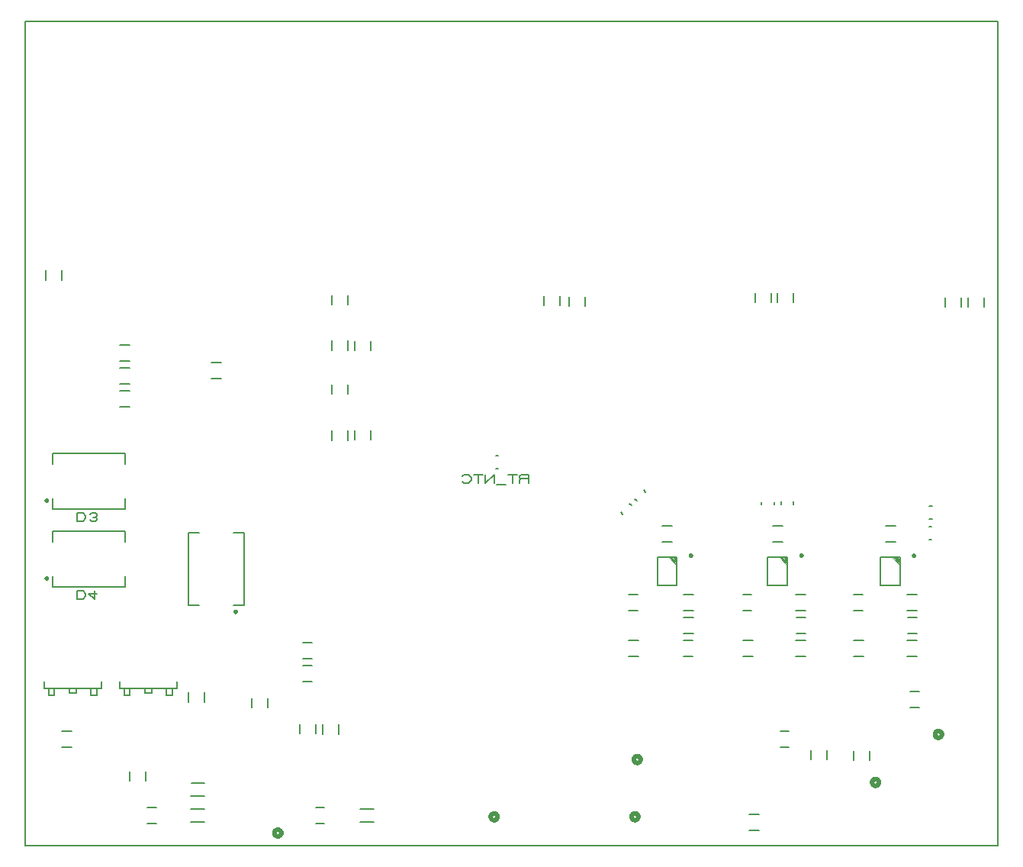
<source format=gbr>
G04 PROTEUS RS274X GERBER FILE*
%FSLAX45Y45*%
%MOMM*%
G01*
%ADD38C,0.203200*%
%ADD48C,0.200000*%
%ADD51C,0.250000*%
%ADD52C,0.100000*%
%ADD11C,0.508000*%
D38*
X-1079500Y-6413500D02*
X+9715500Y-6413500D01*
X+9715500Y+2730500D01*
X-1079500Y+2730500D01*
X-1079500Y-6413500D01*
D48*
X+2503000Y-811000D02*
X+2503000Y-921000D01*
X+2323000Y-811000D02*
X+2323000Y-921000D01*
X+2503000Y-313000D02*
X+2503000Y-413000D01*
X+2323000Y-313000D02*
X+2323000Y-413000D01*
X+2757000Y-821000D02*
X+2757000Y-921000D01*
X+2577000Y-821000D02*
X+2577000Y-921000D01*
D38*
X-235700Y-4597400D02*
X-235700Y-4673600D01*
X-870700Y-4673600D01*
X-870700Y-4597400D01*
X-515100Y-4673600D02*
X-515100Y-4724400D01*
X-591300Y-4724400D01*
X-591300Y-4673600D01*
X-286500Y-4673600D02*
X-286500Y-4749800D01*
X-350000Y-4749800D01*
X-350000Y-4673600D01*
X-819900Y-4673600D02*
X-819900Y-4749800D01*
X-756400Y-4749800D01*
X-756400Y-4673600D02*
X-756400Y-4749800D01*
X+602500Y-4597400D02*
X+602500Y-4673600D01*
X-32500Y-4673600D01*
X-32500Y-4597400D01*
X+323100Y-4673600D02*
X+323100Y-4724400D01*
X+246900Y-4724400D01*
X+246900Y-4673600D01*
X+551700Y-4673600D02*
X+551700Y-4749800D01*
X+488200Y-4749800D01*
X+488200Y-4673600D01*
X+18300Y-4673600D02*
X+18300Y-4749800D01*
X+81800Y-4749800D01*
X+81800Y-4673600D02*
X+81800Y-4749800D01*
D48*
X+78000Y-1550500D02*
X-32000Y-1550500D01*
X+78000Y-1370500D02*
X-32000Y-1370500D01*
X+78000Y-1042500D02*
X-32000Y-1042500D01*
X+78000Y-862500D02*
X-32000Y-862500D01*
X+78000Y-1296500D02*
X-32000Y-1296500D01*
X+78000Y-1116500D02*
X-32000Y-1116500D01*
X+984000Y-1053000D02*
X+1094000Y-1053000D01*
X+984000Y-1233000D02*
X+1094000Y-1233000D01*
X-564100Y-5322400D02*
X-674100Y-5322400D01*
X-564100Y-5142400D02*
X-674100Y-5142400D01*
X+728400Y-4819900D02*
X+728400Y-4709900D01*
X+908400Y-4819900D02*
X+908400Y-4709900D01*
X+2503000Y-1809500D02*
X+2503000Y-1919500D01*
X+2323000Y-1809500D02*
X+2323000Y-1919500D01*
X+2757000Y-1809500D02*
X+2757000Y-1909500D01*
X+2577000Y-1809500D02*
X+2577000Y-1909500D01*
X+2503000Y-1301500D02*
X+2503000Y-1401500D01*
X+2323000Y-1301500D02*
X+2323000Y-1401500D01*
D51*
X+6316500Y-3195902D02*
X+6316457Y-3194863D01*
X+6316105Y-3192784D01*
X+6315368Y-3190705D01*
X+6314164Y-3188626D01*
X+6312323Y-3186576D01*
X+6310244Y-3185073D01*
X+6308165Y-3184116D01*
X+6306086Y-3183577D01*
X+6304007Y-3183402D01*
X+6304000Y-3183402D01*
X+6291500Y-3195902D02*
X+6291543Y-3194863D01*
X+6291895Y-3192784D01*
X+6292632Y-3190705D01*
X+6293836Y-3188626D01*
X+6295677Y-3186576D01*
X+6297756Y-3185073D01*
X+6299835Y-3184116D01*
X+6301914Y-3183577D01*
X+6303993Y-3183402D01*
X+6304000Y-3183402D01*
X+6291500Y-3195902D02*
X+6291543Y-3196941D01*
X+6291895Y-3199020D01*
X+6292632Y-3201099D01*
X+6293836Y-3203178D01*
X+6295677Y-3205228D01*
X+6297756Y-3206731D01*
X+6299835Y-3207688D01*
X+6301914Y-3208227D01*
X+6303993Y-3208402D01*
X+6304000Y-3208402D01*
X+6316500Y-3195902D02*
X+6316457Y-3196941D01*
X+6316105Y-3199020D01*
X+6315368Y-3201099D01*
X+6314164Y-3203178D01*
X+6312323Y-3205228D01*
X+6310244Y-3206731D01*
X+6308165Y-3207688D01*
X+6306086Y-3208227D01*
X+6304007Y-3208402D01*
X+6304000Y-3208402D01*
D48*
X+6154000Y-3525902D02*
X+5934000Y-3525902D01*
X+5934000Y-3215902D01*
X+6154000Y-3215902D01*
X+6154000Y-3525902D01*
D52*
X+6154000Y-3225902D02*
X+6144000Y-3215902D01*
X+6154000Y-3235902D02*
X+6134000Y-3215902D01*
X+6154000Y-3245902D02*
X+6124000Y-3215902D01*
X+6154000Y-3255902D02*
X+6114000Y-3215902D01*
X+6154000Y-3265902D02*
X+6104000Y-3215902D01*
X+6154000Y-3275902D02*
X+6094000Y-3215902D01*
X+6154000Y-3285902D02*
X+6084000Y-3215902D01*
X+6154000Y-3295902D02*
X+6074000Y-3215902D01*
X+6154000Y-3305902D02*
X+6064000Y-3215902D01*
D51*
X+7543607Y-3195533D02*
X+7543564Y-3194494D01*
X+7543212Y-3192415D01*
X+7542475Y-3190336D01*
X+7541271Y-3188257D01*
X+7539430Y-3186207D01*
X+7537351Y-3184704D01*
X+7535272Y-3183747D01*
X+7533193Y-3183208D01*
X+7531114Y-3183033D01*
X+7531107Y-3183033D01*
X+7518607Y-3195533D02*
X+7518650Y-3194494D01*
X+7519002Y-3192415D01*
X+7519739Y-3190336D01*
X+7520943Y-3188257D01*
X+7522784Y-3186207D01*
X+7524863Y-3184704D01*
X+7526942Y-3183747D01*
X+7529021Y-3183208D01*
X+7531100Y-3183033D01*
X+7531107Y-3183033D01*
X+7518607Y-3195533D02*
X+7518650Y-3196572D01*
X+7519002Y-3198651D01*
X+7519739Y-3200730D01*
X+7520943Y-3202809D01*
X+7522784Y-3204859D01*
X+7524863Y-3206362D01*
X+7526942Y-3207319D01*
X+7529021Y-3207858D01*
X+7531100Y-3208033D01*
X+7531107Y-3208033D01*
X+7543607Y-3195533D02*
X+7543564Y-3196572D01*
X+7543212Y-3198651D01*
X+7542475Y-3200730D01*
X+7541271Y-3202809D01*
X+7539430Y-3204859D01*
X+7537351Y-3206362D01*
X+7535272Y-3207319D01*
X+7533193Y-3207858D01*
X+7531114Y-3208033D01*
X+7531107Y-3208033D01*
D48*
X+7381107Y-3525533D02*
X+7161107Y-3525533D01*
X+7161107Y-3215533D01*
X+7381107Y-3215533D01*
X+7381107Y-3525533D01*
D52*
X+7381107Y-3225533D02*
X+7371107Y-3215533D01*
X+7381107Y-3235533D02*
X+7361107Y-3215533D01*
X+7381107Y-3245533D02*
X+7351107Y-3215533D01*
X+7381107Y-3255533D02*
X+7341107Y-3215533D01*
X+7381107Y-3265533D02*
X+7331107Y-3215533D01*
X+7381107Y-3275533D02*
X+7321107Y-3215533D01*
X+7381107Y-3285533D02*
X+7311107Y-3215533D01*
X+7381107Y-3295533D02*
X+7301107Y-3215533D01*
X+7381107Y-3305533D02*
X+7291107Y-3215533D01*
D51*
X+8793369Y-3197033D02*
X+8793326Y-3195994D01*
X+8792974Y-3193915D01*
X+8792237Y-3191836D01*
X+8791033Y-3189757D01*
X+8789192Y-3187707D01*
X+8787113Y-3186204D01*
X+8785034Y-3185247D01*
X+8782955Y-3184708D01*
X+8780876Y-3184533D01*
X+8780869Y-3184533D01*
X+8768369Y-3197033D02*
X+8768412Y-3195994D01*
X+8768764Y-3193915D01*
X+8769501Y-3191836D01*
X+8770705Y-3189757D01*
X+8772546Y-3187707D01*
X+8774625Y-3186204D01*
X+8776704Y-3185247D01*
X+8778783Y-3184708D01*
X+8780862Y-3184533D01*
X+8780869Y-3184533D01*
X+8768369Y-3197033D02*
X+8768412Y-3198072D01*
X+8768764Y-3200151D01*
X+8769501Y-3202230D01*
X+8770705Y-3204309D01*
X+8772546Y-3206359D01*
X+8774625Y-3207862D01*
X+8776704Y-3208819D01*
X+8778783Y-3209358D01*
X+8780862Y-3209533D01*
X+8780869Y-3209533D01*
X+8793369Y-3197033D02*
X+8793326Y-3198072D01*
X+8792974Y-3200151D01*
X+8792237Y-3202230D01*
X+8791033Y-3204309D01*
X+8789192Y-3206359D01*
X+8787113Y-3207862D01*
X+8785034Y-3208819D01*
X+8782955Y-3209358D01*
X+8780876Y-3209533D01*
X+8780869Y-3209533D01*
D48*
X+8630869Y-3527033D02*
X+8410869Y-3527033D01*
X+8410869Y-3217033D01*
X+8630869Y-3217033D01*
X+8630869Y-3527033D01*
D52*
X+8630869Y-3227033D02*
X+8620869Y-3217033D01*
X+8630869Y-3237033D02*
X+8610869Y-3217033D01*
X+8630869Y-3247033D02*
X+8600869Y-3217033D01*
X+8630869Y-3257033D02*
X+8590869Y-3217033D01*
X+8630869Y-3267033D02*
X+8580869Y-3217033D01*
X+8630869Y-3277033D02*
X+8570869Y-3217033D01*
X+8630869Y-3287033D02*
X+8560869Y-3217033D01*
X+8630869Y-3297033D02*
X+8550869Y-3217033D01*
X+8630869Y-3307033D02*
X+8540869Y-3217033D01*
D48*
X+6100500Y-3047402D02*
X+5990500Y-3047402D01*
X+6100500Y-2867402D02*
X+5990500Y-2867402D01*
X+7327607Y-3047033D02*
X+7217607Y-3047033D01*
X+7327607Y-2867033D02*
X+7217607Y-2867033D01*
X+8577369Y-3048533D02*
X+8467369Y-3048533D01*
X+8577369Y-2868533D02*
X+8467369Y-2868533D01*
X+6337000Y-3809402D02*
X+6227000Y-3809402D01*
X+6337000Y-3629402D02*
X+6227000Y-3629402D01*
X+7581607Y-3809033D02*
X+7471607Y-3809033D01*
X+7581607Y-3629033D02*
X+7471607Y-3629033D01*
X+8813869Y-3809033D02*
X+8703869Y-3809033D01*
X+8813869Y-3629033D02*
X+8703869Y-3629033D01*
X+6337000Y-4063402D02*
X+6227000Y-4063402D01*
X+6337000Y-3883402D02*
X+6227000Y-3883402D01*
X+5729500Y-4317402D02*
X+5619500Y-4317402D01*
X+5729500Y-4137402D02*
X+5619500Y-4137402D01*
X+5619500Y-3629402D02*
X+5719500Y-3629402D01*
X+5619500Y-3809402D02*
X+5719500Y-3809402D01*
X+6327000Y-4317402D02*
X+6227000Y-4317402D01*
X+6327000Y-4137402D02*
X+6227000Y-4137402D01*
X+6882607Y-3629033D02*
X+6982607Y-3629033D01*
X+6882607Y-3809033D02*
X+6982607Y-3809033D01*
X+7581607Y-4063033D02*
X+7481607Y-4063033D01*
X+7581607Y-3883033D02*
X+7481607Y-3883033D01*
X+8114869Y-3629033D02*
X+8214869Y-3629033D01*
X+8114869Y-3809033D02*
X+8214869Y-3809033D01*
X+8813869Y-4063033D02*
X+8713869Y-4063033D01*
X+8813869Y-3883033D02*
X+8713869Y-3883033D01*
X+6992607Y-4317033D02*
X+6882607Y-4317033D01*
X+6992607Y-4137033D02*
X+6882607Y-4137033D01*
X+7581607Y-4317033D02*
X+7471607Y-4317033D01*
X+7581607Y-4137033D02*
X+7471607Y-4137033D01*
X+8224869Y-4317033D02*
X+8114869Y-4317033D01*
X+8224869Y-4137033D02*
X+8114869Y-4137033D01*
X+8813869Y-4317033D02*
X+8703869Y-4317033D01*
X+8813869Y-4137033D02*
X+8703869Y-4137033D01*
X+7063000Y-6249500D02*
X+6953000Y-6249500D01*
X+7063000Y-6069500D02*
X+6953000Y-6069500D01*
X+2401400Y-5073400D02*
X+2401400Y-5183400D01*
X+2221400Y-5073400D02*
X+2221400Y-5183400D01*
X-672000Y-31500D02*
X-672000Y-141500D01*
X-852000Y-31500D02*
X-852000Y-141500D01*
D38*
X+756920Y-6156960D02*
X+909320Y-6156960D01*
X+759460Y-6009640D02*
X+909320Y-6009640D01*
D11*
X+9093200Y-5181500D02*
X+9093069Y-5178342D01*
X+9092003Y-5172024D01*
X+9089772Y-5165706D01*
X+9086127Y-5159388D01*
X+9080552Y-5153149D01*
X+9074234Y-5148553D01*
X+9067916Y-5145620D01*
X+9061598Y-5143958D01*
X+9055280Y-5143400D01*
X+9055100Y-5143400D01*
X+9017000Y-5181500D02*
X+9017131Y-5178342D01*
X+9018197Y-5172024D01*
X+9020428Y-5165706D01*
X+9024073Y-5159388D01*
X+9029648Y-5153149D01*
X+9035966Y-5148553D01*
X+9042284Y-5145620D01*
X+9048602Y-5143958D01*
X+9054920Y-5143400D01*
X+9055100Y-5143400D01*
X+9017000Y-5181500D02*
X+9017131Y-5184658D01*
X+9018197Y-5190976D01*
X+9020428Y-5197294D01*
X+9024073Y-5203612D01*
X+9029648Y-5209851D01*
X+9035966Y-5214447D01*
X+9042284Y-5217380D01*
X+9048602Y-5219042D01*
X+9054920Y-5219600D01*
X+9055100Y-5219600D01*
X+9093200Y-5181500D02*
X+9093069Y-5184658D01*
X+9092003Y-5190976D01*
X+9089772Y-5197294D01*
X+9086127Y-5203612D01*
X+9080552Y-5209851D01*
X+9074234Y-5214447D01*
X+9067916Y-5217380D01*
X+9061598Y-5219042D01*
X+9055280Y-5219600D01*
X+9055100Y-5219600D01*
D48*
X+8294200Y-5367600D02*
X+8294200Y-5467600D01*
X+8114200Y-5367600D02*
X+8114200Y-5467600D01*
X+7298000Y-5142400D02*
X+7398000Y-5142400D01*
X+7298000Y-5322400D02*
X+7398000Y-5322400D01*
X+7821100Y-5354900D02*
X+7821100Y-5454900D01*
X+7641100Y-5354900D02*
X+7641100Y-5454900D01*
X+8738416Y-4703216D02*
X+8838416Y-4703216D01*
X+8738416Y-4883216D02*
X+8838416Y-4883216D01*
X+372800Y-6173300D02*
X+272800Y-6173300D01*
X+372800Y-5993300D02*
X+272800Y-5993300D01*
X+2000000Y-4418500D02*
X+2100000Y-4418500D01*
X+2000000Y-4598500D02*
X+2100000Y-4598500D01*
X+2000000Y-4164500D02*
X+2100000Y-4164500D01*
X+2000000Y-4344500D02*
X+2100000Y-4344500D01*
X+1967400Y-5173400D02*
X+1967400Y-5073400D01*
X+2147400Y-5173400D02*
X+2147400Y-5073400D01*
X+1614000Y-4781300D02*
X+1614000Y-4881300D01*
X+1434000Y-4781300D02*
X+1434000Y-4881300D01*
D11*
X+8394600Y-5715000D02*
X+8394469Y-5711842D01*
X+8393403Y-5705524D01*
X+8391172Y-5699206D01*
X+8387527Y-5692888D01*
X+8381952Y-5686649D01*
X+8375634Y-5682053D01*
X+8369316Y-5679120D01*
X+8362998Y-5677458D01*
X+8356680Y-5676900D01*
X+8356500Y-5676900D01*
X+8318400Y-5715000D02*
X+8318531Y-5711842D01*
X+8319597Y-5705524D01*
X+8321828Y-5699206D01*
X+8325473Y-5692888D01*
X+8331048Y-5686649D01*
X+8337366Y-5682053D01*
X+8343684Y-5679120D01*
X+8350002Y-5677458D01*
X+8356320Y-5676900D01*
X+8356500Y-5676900D01*
X+8318400Y-5715000D02*
X+8318531Y-5718158D01*
X+8319597Y-5724476D01*
X+8321828Y-5730794D01*
X+8325473Y-5737112D01*
X+8331048Y-5743351D01*
X+8337366Y-5747947D01*
X+8343684Y-5750880D01*
X+8350002Y-5752542D01*
X+8356320Y-5753100D01*
X+8356500Y-5753100D01*
X+8394600Y-5715000D02*
X+8394469Y-5718158D01*
X+8393403Y-5724476D01*
X+8391172Y-5730794D01*
X+8387527Y-5737112D01*
X+8381952Y-5743351D01*
X+8375634Y-5747947D01*
X+8369316Y-5750880D01*
X+8362998Y-5752542D01*
X+8356680Y-5753100D01*
X+8356500Y-5753100D01*
X+4162600Y-6096000D02*
X+4162469Y-6092842D01*
X+4161403Y-6086524D01*
X+4159172Y-6080206D01*
X+4155527Y-6073888D01*
X+4149952Y-6067649D01*
X+4143634Y-6063053D01*
X+4137316Y-6060120D01*
X+4130998Y-6058458D01*
X+4124680Y-6057900D01*
X+4124500Y-6057900D01*
X+4086400Y-6096000D02*
X+4086531Y-6092842D01*
X+4087597Y-6086524D01*
X+4089828Y-6080206D01*
X+4093473Y-6073888D01*
X+4099048Y-6067649D01*
X+4105366Y-6063053D01*
X+4111684Y-6060120D01*
X+4118002Y-6058458D01*
X+4124320Y-6057900D01*
X+4124500Y-6057900D01*
X+4086400Y-6096000D02*
X+4086531Y-6099158D01*
X+4087597Y-6105476D01*
X+4089828Y-6111794D01*
X+4093473Y-6118112D01*
X+4099048Y-6124351D01*
X+4105366Y-6128947D01*
X+4111684Y-6131880D01*
X+4118002Y-6133542D01*
X+4124320Y-6134100D01*
X+4124500Y-6134100D01*
X+4162600Y-6096000D02*
X+4162469Y-6099158D01*
X+4161403Y-6105476D01*
X+4159172Y-6111794D01*
X+4155527Y-6118112D01*
X+4149952Y-6124351D01*
X+4143634Y-6128947D01*
X+4137316Y-6131880D01*
X+4130998Y-6133542D01*
X+4124680Y-6134100D01*
X+4124500Y-6134100D01*
X+5724600Y-6096000D02*
X+5724469Y-6092842D01*
X+5723403Y-6086524D01*
X+5721172Y-6080206D01*
X+5717527Y-6073888D01*
X+5711952Y-6067649D01*
X+5705634Y-6063053D01*
X+5699316Y-6060120D01*
X+5692998Y-6058458D01*
X+5686680Y-6057900D01*
X+5686500Y-6057900D01*
X+5648400Y-6096000D02*
X+5648531Y-6092842D01*
X+5649597Y-6086524D01*
X+5651828Y-6080206D01*
X+5655473Y-6073888D01*
X+5661048Y-6067649D01*
X+5667366Y-6063053D01*
X+5673684Y-6060120D01*
X+5680002Y-6058458D01*
X+5686320Y-6057900D01*
X+5686500Y-6057900D01*
X+5648400Y-6096000D02*
X+5648531Y-6099158D01*
X+5649597Y-6105476D01*
X+5651828Y-6111794D01*
X+5655473Y-6118112D01*
X+5661048Y-6124351D01*
X+5667366Y-6128947D01*
X+5673684Y-6131880D01*
X+5680002Y-6133542D01*
X+5686320Y-6134100D01*
X+5686500Y-6134100D01*
X+5724600Y-6096000D02*
X+5724469Y-6099158D01*
X+5723403Y-6105476D01*
X+5721172Y-6111794D01*
X+5717527Y-6118112D01*
X+5711952Y-6124351D01*
X+5705634Y-6128947D01*
X+5699316Y-6131880D01*
X+5692998Y-6133542D01*
X+5686680Y-6134100D01*
X+5686500Y-6134100D01*
X+5750100Y-5461000D02*
X+5749969Y-5457842D01*
X+5748903Y-5451524D01*
X+5746672Y-5445206D01*
X+5743027Y-5438888D01*
X+5737452Y-5432649D01*
X+5731134Y-5428053D01*
X+5724816Y-5425120D01*
X+5718498Y-5423458D01*
X+5712180Y-5422900D01*
X+5712000Y-5422900D01*
X+5673900Y-5461000D02*
X+5674031Y-5457842D01*
X+5675097Y-5451524D01*
X+5677328Y-5445206D01*
X+5680973Y-5438888D01*
X+5686548Y-5432649D01*
X+5692866Y-5428053D01*
X+5699184Y-5425120D01*
X+5705502Y-5423458D01*
X+5711820Y-5422900D01*
X+5712000Y-5422900D01*
X+5673900Y-5461000D02*
X+5674031Y-5464158D01*
X+5675097Y-5470476D01*
X+5677328Y-5476794D01*
X+5680973Y-5483112D01*
X+5686548Y-5489351D01*
X+5692866Y-5493947D01*
X+5699184Y-5496880D01*
X+5705502Y-5498542D01*
X+5711820Y-5499100D01*
X+5712000Y-5499100D01*
X+5750100Y-5461000D02*
X+5749969Y-5464158D01*
X+5748903Y-5470476D01*
X+5746672Y-5476794D01*
X+5743027Y-5483112D01*
X+5737452Y-5489351D01*
X+5731134Y-5493947D01*
X+5724816Y-5496880D01*
X+5718498Y-5498542D01*
X+5712180Y-5499100D01*
X+5712000Y-5499100D01*
X+1761085Y-6276892D02*
X+1760954Y-6273734D01*
X+1759888Y-6267416D01*
X+1757657Y-6261098D01*
X+1754012Y-6254780D01*
X+1748437Y-6248541D01*
X+1742119Y-6243945D01*
X+1735801Y-6241012D01*
X+1729483Y-6239350D01*
X+1723165Y-6238792D01*
X+1722985Y-6238792D01*
X+1684885Y-6276892D02*
X+1685016Y-6273734D01*
X+1686082Y-6267416D01*
X+1688313Y-6261098D01*
X+1691958Y-6254780D01*
X+1697533Y-6248541D01*
X+1703851Y-6243945D01*
X+1710169Y-6241012D01*
X+1716487Y-6239350D01*
X+1722805Y-6238792D01*
X+1722985Y-6238792D01*
X+1684885Y-6276892D02*
X+1685016Y-6280050D01*
X+1686082Y-6286368D01*
X+1688313Y-6292686D01*
X+1691958Y-6299004D01*
X+1697533Y-6305243D01*
X+1703851Y-6309839D01*
X+1710169Y-6312772D01*
X+1716487Y-6314434D01*
X+1722805Y-6314992D01*
X+1722985Y-6314992D01*
X+1761085Y-6276892D02*
X+1760954Y-6280050D01*
X+1759888Y-6286368D01*
X+1757657Y-6292686D01*
X+1754012Y-6299004D01*
X+1748437Y-6305243D01*
X+1742119Y-6309839D01*
X+1735801Y-6312772D01*
X+1729483Y-6314434D01*
X+1723165Y-6314992D01*
X+1722985Y-6314992D01*
D48*
X+4139500Y-2089000D02*
X+4169500Y-2089000D01*
X+4139500Y-2229000D02*
X+4169500Y-2229000D01*
D38*
X+4503750Y-2392670D02*
X+4503750Y-2301230D01*
X+4424375Y-2301230D01*
X+4408500Y-2316470D01*
X+4408500Y-2331710D01*
X+4424375Y-2346950D01*
X+4503750Y-2346950D01*
X+4424375Y-2346950D02*
X+4408500Y-2362190D01*
X+4408500Y-2392670D01*
X+4376750Y-2301230D02*
X+4281500Y-2301230D01*
X+4329125Y-2301230D02*
X+4329125Y-2392670D01*
X+4249750Y-2407910D02*
X+4154500Y-2407910D01*
X+4122750Y-2392670D02*
X+4122750Y-2301230D01*
X+4027500Y-2392670D01*
X+4027500Y-2301230D01*
X+3995750Y-2301230D02*
X+3900500Y-2301230D01*
X+3948125Y-2301230D02*
X+3948125Y-2392670D01*
X+3773500Y-2377430D02*
X+3789375Y-2392670D01*
X+3837000Y-2392670D01*
X+3868750Y-2362190D01*
X+3868750Y-2331710D01*
X+3837000Y-2301230D01*
X+3789375Y-2301230D01*
X+3773500Y-2316470D01*
D51*
X+1263900Y-3817200D02*
X+1263857Y-3816161D01*
X+1263505Y-3814082D01*
X+1262768Y-3812003D01*
X+1261564Y-3809924D01*
X+1259723Y-3807874D01*
X+1257644Y-3806371D01*
X+1255565Y-3805414D01*
X+1253486Y-3804875D01*
X+1251407Y-3804700D01*
X+1251400Y-3804700D01*
X+1238900Y-3817200D02*
X+1238943Y-3816161D01*
X+1239295Y-3814082D01*
X+1240032Y-3812003D01*
X+1241236Y-3809924D01*
X+1243077Y-3807874D01*
X+1245156Y-3806371D01*
X+1247235Y-3805414D01*
X+1249314Y-3804875D01*
X+1251393Y-3804700D01*
X+1251400Y-3804700D01*
X+1238900Y-3817200D02*
X+1238943Y-3818239D01*
X+1239295Y-3820318D01*
X+1240032Y-3822397D01*
X+1241236Y-3824476D01*
X+1243077Y-3826526D01*
X+1245156Y-3828029D01*
X+1247235Y-3828986D01*
X+1249314Y-3829525D01*
X+1251393Y-3829700D01*
X+1251400Y-3829700D01*
X+1263900Y-3817200D02*
X+1263857Y-3818239D01*
X+1263505Y-3820318D01*
X+1262768Y-3822397D01*
X+1261564Y-3824476D01*
X+1259723Y-3826526D01*
X+1257644Y-3828029D01*
X+1255565Y-3828986D01*
X+1253486Y-3829525D01*
X+1251407Y-3829700D01*
X+1251400Y-3829700D01*
D48*
X+1233900Y-3752200D02*
X+1351400Y-3752200D01*
X+1351400Y-2942200D01*
X+1233900Y-2942200D01*
X+848900Y-3752200D02*
X+731400Y-3752200D01*
X+731400Y-2942200D01*
X+848900Y-2942200D01*
X+5550709Y-2739804D02*
X+5529496Y-2718591D01*
X+5649704Y-2640809D02*
X+5628491Y-2619596D01*
X+5706998Y-2592893D02*
X+5685785Y-2571680D01*
X+5805993Y-2493898D02*
X+5784780Y-2472685D01*
X+7092800Y-2632800D02*
X+7092800Y-2602800D01*
X+7232800Y-2632800D02*
X+7232800Y-2602800D01*
X+7308700Y-2629600D02*
X+7308700Y-2599600D01*
X+7448700Y-2629600D02*
X+7448700Y-2599600D01*
X+8952800Y-2647800D02*
X+8982800Y-2647800D01*
X+8952800Y-2787800D02*
X+8982800Y-2787800D01*
X+8949600Y-2876400D02*
X+8979600Y-2876400D01*
X+8949600Y-3016400D02*
X+8979600Y-3016400D01*
D51*
X-831400Y-2584900D02*
X-831443Y-2583861D01*
X-831795Y-2581782D01*
X-832532Y-2579703D01*
X-833736Y-2577624D01*
X-835577Y-2575574D01*
X-837656Y-2574071D01*
X-839735Y-2573114D01*
X-841814Y-2572575D01*
X-843893Y-2572400D01*
X-843900Y-2572400D01*
X-856400Y-2584900D02*
X-856357Y-2583861D01*
X-856005Y-2581782D01*
X-855268Y-2579703D01*
X-854064Y-2577624D01*
X-852223Y-2575574D01*
X-850144Y-2574071D01*
X-848065Y-2573114D01*
X-845986Y-2572575D01*
X-843907Y-2572400D01*
X-843900Y-2572400D01*
X-856400Y-2584900D02*
X-856357Y-2585939D01*
X-856005Y-2588018D01*
X-855268Y-2590097D01*
X-854064Y-2592176D01*
X-852223Y-2594226D01*
X-850144Y-2595729D01*
X-848065Y-2596686D01*
X-845986Y-2597225D01*
X-843907Y-2597400D01*
X-843900Y-2597400D01*
X-831400Y-2584900D02*
X-831443Y-2585939D01*
X-831795Y-2588018D01*
X-832532Y-2590097D01*
X-833736Y-2592176D01*
X-835577Y-2594226D01*
X-837656Y-2595729D01*
X-839735Y-2596686D01*
X-841814Y-2597225D01*
X-843893Y-2597400D01*
X-843900Y-2597400D01*
D48*
X-778900Y-2567400D02*
X-778900Y-2684900D01*
X+31100Y-2684900D01*
X+31100Y-2567400D01*
X-778900Y-2182400D02*
X-778900Y-2064900D01*
X+31100Y-2064900D01*
X+31100Y-2182400D01*
D38*
X-504650Y-2725380D02*
X-504650Y-2816820D01*
X-441150Y-2816820D01*
X-409400Y-2786340D01*
X-409400Y-2755860D01*
X-441150Y-2725380D01*
X-504650Y-2725380D01*
X-361775Y-2801580D02*
X-345900Y-2816820D01*
X-298275Y-2816820D01*
X-282400Y-2801580D01*
X-282400Y-2786340D01*
X-298275Y-2771100D01*
X-282400Y-2755860D01*
X-282400Y-2740620D01*
X-298275Y-2725380D01*
X-345900Y-2725380D01*
X-361775Y-2740620D01*
X-330025Y-2771100D02*
X-298275Y-2771100D01*
D51*
X-831400Y-3448500D02*
X-831443Y-3447461D01*
X-831795Y-3445382D01*
X-832532Y-3443303D01*
X-833736Y-3441224D01*
X-835577Y-3439174D01*
X-837656Y-3437671D01*
X-839735Y-3436714D01*
X-841814Y-3436175D01*
X-843893Y-3436000D01*
X-843900Y-3436000D01*
X-856400Y-3448500D02*
X-856357Y-3447461D01*
X-856005Y-3445382D01*
X-855268Y-3443303D01*
X-854064Y-3441224D01*
X-852223Y-3439174D01*
X-850144Y-3437671D01*
X-848065Y-3436714D01*
X-845986Y-3436175D01*
X-843907Y-3436000D01*
X-843900Y-3436000D01*
X-856400Y-3448500D02*
X-856357Y-3449539D01*
X-856005Y-3451618D01*
X-855268Y-3453697D01*
X-854064Y-3455776D01*
X-852223Y-3457826D01*
X-850144Y-3459329D01*
X-848065Y-3460286D01*
X-845986Y-3460825D01*
X-843907Y-3461000D01*
X-843900Y-3461000D01*
X-831400Y-3448500D02*
X-831443Y-3449539D01*
X-831795Y-3451618D01*
X-832532Y-3453697D01*
X-833736Y-3455776D01*
X-835577Y-3457826D01*
X-837656Y-3459329D01*
X-839735Y-3460286D01*
X-841814Y-3460825D01*
X-843893Y-3461000D01*
X-843900Y-3461000D01*
D48*
X-778900Y-3431000D02*
X-778900Y-3548500D01*
X+31100Y-3548500D01*
X+31100Y-3431000D01*
X-778900Y-3046000D02*
X-778900Y-2928500D01*
X+31100Y-2928500D01*
X+31100Y-3046000D01*
D38*
X-504650Y-3588980D02*
X-504650Y-3680420D01*
X-441150Y-3680420D01*
X-409400Y-3649940D01*
X-409400Y-3619460D01*
X-441150Y-3588980D01*
X-504650Y-3588980D01*
X-282400Y-3619460D02*
X-377650Y-3619460D01*
X-314150Y-3680420D01*
X-314150Y-3588980D01*
D48*
X+4672500Y-423600D02*
X+4672500Y-323600D01*
X+4852500Y-423600D02*
X+4852500Y-323600D01*
X+4951900Y-425700D02*
X+4951900Y-325700D01*
X+5131900Y-425700D02*
X+5131900Y-325700D01*
X+7022000Y-385500D02*
X+7022000Y-285500D01*
X+7202000Y-385500D02*
X+7202000Y-285500D01*
X+7263300Y-385500D02*
X+7263300Y-285500D01*
X+7443300Y-385500D02*
X+7443300Y-285500D01*
X+9130200Y-436300D02*
X+9130200Y-336300D01*
X+9310200Y-436300D02*
X+9310200Y-336300D01*
X+9384200Y-436300D02*
X+9384200Y-336300D01*
X+9564200Y-436300D02*
X+9564200Y-336300D01*
D38*
X+2636520Y-6156960D02*
X+2788920Y-6156960D01*
X+2639060Y-6009640D02*
X+2788920Y-6009640D01*
D48*
X+2241800Y-6173300D02*
X+2141800Y-6173300D01*
X+2241800Y-5993300D02*
X+2141800Y-5993300D01*
D38*
X+759460Y-5864860D02*
X+911860Y-5864860D01*
X+762000Y-5717540D02*
X+911860Y-5717540D01*
D48*
X+75100Y-5696200D02*
X+75100Y-5596200D01*
X+255100Y-5696200D02*
X+255100Y-5596200D01*
M02*

</source>
